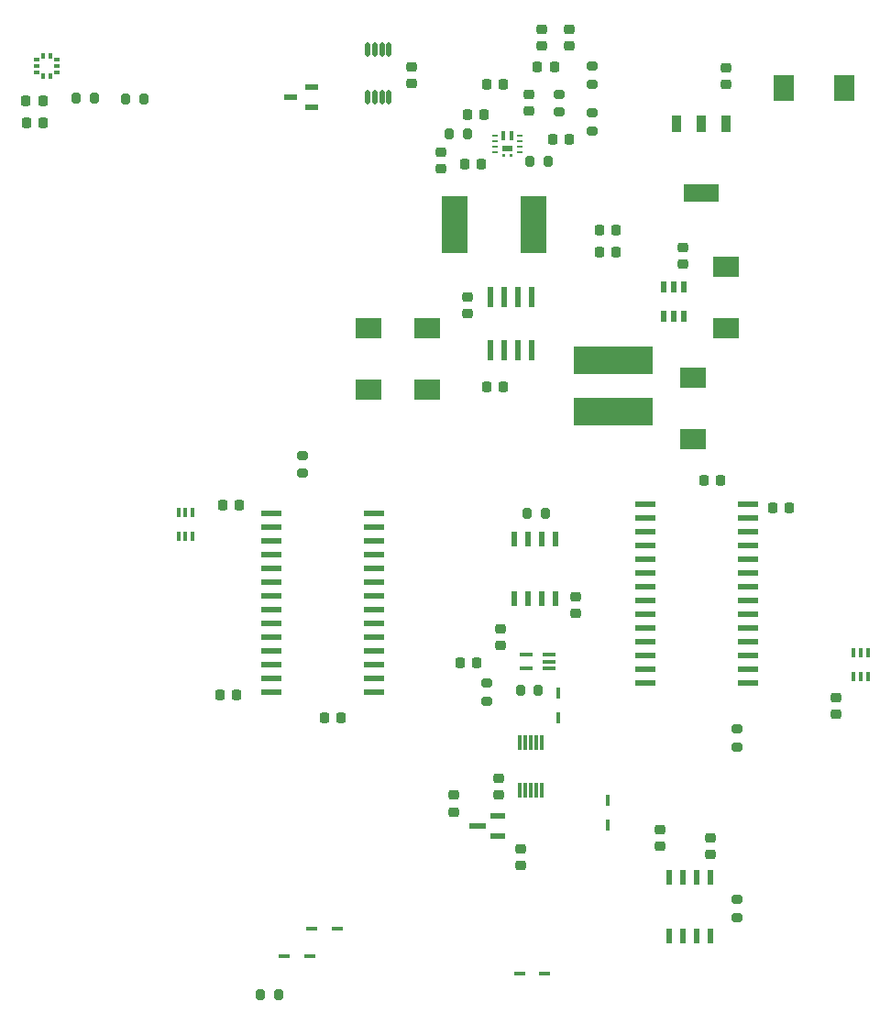
<source format=gbr>
%TF.GenerationSoftware,KiCad,Pcbnew,7.0.10*%
%TF.CreationDate,2024-02-10T20:18:10-06:00*%
%TF.ProjectId,DAQ,4441512e-6b69-4636-9164-5f7063625858,rev?*%
%TF.SameCoordinates,Original*%
%TF.FileFunction,Paste,Top*%
%TF.FilePolarity,Positive*%
%FSLAX46Y46*%
G04 Gerber Fmt 4.6, Leading zero omitted, Abs format (unit mm)*
G04 Created by KiCad (PCBNEW 7.0.10) date 2024-02-10 20:18:10*
%MOMM*%
%LPD*%
G01*
G04 APERTURE LIST*
G04 Aperture macros list*
%AMRoundRect*
0 Rectangle with rounded corners*
0 $1 Rounding radius*
0 $2 $3 $4 $5 $6 $7 $8 $9 X,Y pos of 4 corners*
0 Add a 4 corners polygon primitive as box body*
4,1,4,$2,$3,$4,$5,$6,$7,$8,$9,$2,$3,0*
0 Add four circle primitives for the rounded corners*
1,1,$1+$1,$2,$3*
1,1,$1+$1,$4,$5*
1,1,$1+$1,$6,$7*
1,1,$1+$1,$8,$9*
0 Add four rect primitives between the rounded corners*
20,1,$1+$1,$2,$3,$4,$5,0*
20,1,$1+$1,$4,$5,$6,$7,0*
20,1,$1+$1,$6,$7,$8,$9,0*
20,1,$1+$1,$8,$9,$2,$3,0*%
G04 Aperture macros list end*
%ADD10R,2.387600X1.955800*%
%ADD11R,1.270000X0.558800*%
%ADD12RoundRect,0.200000X-0.275000X0.200000X-0.275000X-0.200000X0.275000X-0.200000X0.275000X0.200000X0*%
%ADD13RoundRect,0.225000X-0.250000X0.225000X-0.250000X-0.225000X0.250000X-0.225000X0.250000X0.225000X0*%
%ADD14RoundRect,0.200000X0.200000X0.275000X-0.200000X0.275000X-0.200000X-0.275000X0.200000X-0.275000X0*%
%ADD15RoundRect,0.225000X-0.225000X-0.250000X0.225000X-0.250000X0.225000X0.250000X-0.225000X0.250000X0*%
%ADD16R,2.413000X5.334000*%
%ADD17RoundRect,0.225000X0.250000X-0.225000X0.250000X0.225000X-0.250000X0.225000X-0.250000X-0.225000X0*%
%ADD18R,1.111200X0.450800*%
%ADD19RoundRect,0.225000X0.225000X0.250000X-0.225000X0.250000X-0.225000X-0.250000X0.225000X-0.250000X0*%
%ADD20R,1.879600X0.558800*%
%ADD21R,7.289800X2.590800*%
%ADD22R,0.838200X1.600200*%
%ADD23RoundRect,0.400050X1.174750X0.400050X-1.174750X0.400050X-1.174750X-0.400050X1.174750X-0.400050X0*%
%ADD24R,0.558800X1.460500*%
%ADD25RoundRect,0.200000X0.275000X-0.200000X0.275000X0.200000X-0.275000X0.200000X-0.275000X-0.200000X0*%
%ADD26R,0.599999X1.000000*%
%ADD27R,0.355600X0.850900*%
%ADD28RoundRect,0.200000X-0.200000X-0.275000X0.200000X-0.275000X0.200000X0.275000X-0.200000X0.275000X0*%
%ADD29R,0.558800X1.981200*%
%ADD30R,1.955800X2.387600*%
%ADD31R,1.320800X0.558800*%
%ADD32R,1.587500X0.558800*%
%ADD33R,0.450800X1.111200*%
%ADD34R,0.330200X1.371600*%
%ADD35R,1.168400X0.355600*%
%ADD36R,0.406400X0.558800*%
%ADD37R,0.558800X0.406400*%
%ADD38RoundRect,0.218750X-0.218750X-0.256250X0.218750X-0.256250X0.218750X0.256250X-0.218750X0.256250X0*%
%ADD39O,0.449999X1.350000*%
%ADD40R,0.549999X0.249999*%
G04 APERTURE END LIST*
%TO.C,U12*%
G36*
X90474800Y-107378500D02*
G01*
X87325200Y-107378500D01*
X87325200Y-105778300D01*
X90474800Y-105778300D01*
X90474800Y-107378500D01*
G37*
%TO.C,U1*%
G36*
X71518018Y-101734465D02*
G01*
X71167930Y-101734465D01*
X71167930Y-100814528D01*
X71518018Y-100814528D01*
X71518018Y-101734465D01*
G37*
G36*
X71492999Y-103214447D02*
G01*
X71243165Y-103214447D01*
X71243165Y-102934666D01*
X71492999Y-102934666D01*
X71492999Y-103214447D01*
G37*
G36*
X71492974Y-102734361D02*
G01*
X70493001Y-102734361D01*
X70493001Y-102214474D01*
X71492974Y-102214474D01*
X71492974Y-102734361D01*
G37*
G36*
X70817969Y-101734490D02*
G01*
X70467982Y-101734490D01*
X70467982Y-100814528D01*
X70817969Y-100814528D01*
X70817969Y-101734490D01*
G37*
G36*
X70742988Y-103214548D02*
G01*
X70493306Y-103214548D01*
X70493306Y-102934488D01*
X70742988Y-102934488D01*
X70742988Y-103214548D01*
G37*
%TD*%
D10*
%TO.C,C1*%
X88138000Y-129311400D03*
X88138000Y-123672600D03*
%TD*%
D11*
%TO.C,MOSFET1*%
X52899399Y-98652497D03*
X52899399Y-96822499D03*
X50968999Y-97737498D03*
%TD*%
D12*
%TO.C,R10*%
X92202000Y-156084000D03*
X92202000Y-157734000D03*
%TD*%
D13*
%TO.C,C14*%
X66040000Y-162179000D03*
X66040000Y-163729000D03*
%TD*%
D14*
%TO.C,R4*%
X73850000Y-152527000D03*
X72200000Y-152527000D03*
%TD*%
D15*
%TO.C,C23*%
X44691000Y-135382000D03*
X46241000Y-135382000D03*
%TD*%
D16*
%TO.C,L1*%
X66167000Y-109474000D03*
X73406000Y-109474000D03*
%TD*%
D17*
%TO.C,C18*%
X74198000Y-92977000D03*
X74198000Y-91427000D03*
%TD*%
D18*
%TO.C,CR3*%
X72136000Y-178689000D03*
X74436000Y-178689000D03*
%TD*%
D17*
%TO.C,C15*%
X62144999Y-96480498D03*
X62144999Y-94930498D03*
%TD*%
D19*
%TO.C,C3*%
X68593000Y-103886000D03*
X67043000Y-103886000D03*
%TD*%
D18*
%TO.C,CR5*%
X55252000Y-174498000D03*
X52952000Y-174498000D03*
%TD*%
D20*
%TO.C,U6*%
X83730253Y-135303253D03*
X83730253Y-136573253D03*
X83730253Y-137843253D03*
X83730253Y-139113253D03*
X83730253Y-140383253D03*
X83730253Y-141653253D03*
X83730253Y-142923253D03*
X83730253Y-144193253D03*
X83730253Y-145463253D03*
X83730253Y-146733253D03*
X83730253Y-148003253D03*
X83730253Y-149273253D03*
X83730253Y-150543253D03*
X83730253Y-151813253D03*
X93204453Y-151813253D03*
X93204453Y-150543253D03*
X93204453Y-149273253D03*
X93204453Y-148003253D03*
X93204453Y-146733253D03*
X93204453Y-145463253D03*
X93204453Y-144193253D03*
X93204453Y-142923253D03*
X93204453Y-141653253D03*
X93204453Y-140383253D03*
X93204453Y-139113253D03*
X93204453Y-137843253D03*
X93204453Y-136573253D03*
X93204453Y-135303253D03*
%TD*%
D10*
%TO.C,C9*%
X63627000Y-119100600D03*
X63627000Y-124739400D03*
%TD*%
D19*
%TO.C,C34*%
X68199000Y-149987000D03*
X66649000Y-149987000D03*
%TD*%
D17*
%TO.C,C29*%
X70358000Y-148349000D03*
X70358000Y-146799000D03*
%TD*%
D13*
%TO.C,C27*%
X89789000Y-166103000D03*
X89789000Y-167653000D03*
%TD*%
D17*
%TO.C,C7*%
X64897000Y-104312499D03*
X64897000Y-102762499D03*
%TD*%
D12*
%TO.C,R13*%
X92202000Y-171832000D03*
X92202000Y-173482000D03*
%TD*%
D21*
%TO.C,L2*%
X80772000Y-122047000D03*
X80772000Y-126746000D03*
%TD*%
D12*
%TO.C,R8*%
X78867000Y-99169499D03*
X78867000Y-100819499D03*
%TD*%
D17*
%TO.C,C26*%
X85090000Y-166891000D03*
X85090000Y-165341000D03*
%TD*%
D20*
%TO.C,U3*%
X58674000Y-152654000D03*
X58674000Y-151384000D03*
X58674000Y-150114000D03*
X58674000Y-148844000D03*
X58674000Y-147574000D03*
X58674000Y-146304000D03*
X58674000Y-145034000D03*
X58674000Y-143764000D03*
X58674000Y-142494000D03*
X58674000Y-141224000D03*
X58674000Y-139954000D03*
X58674000Y-138684000D03*
X58674000Y-137414000D03*
X58674000Y-136144000D03*
X49199800Y-136144000D03*
X49199800Y-137414000D03*
X49199800Y-138684000D03*
X49199800Y-139954000D03*
X49199800Y-141224000D03*
X49199800Y-142494000D03*
X49199800Y-143764000D03*
X49199800Y-145034000D03*
X49199800Y-146304000D03*
X49199800Y-147574000D03*
X49199800Y-148844000D03*
X49199800Y-150114000D03*
X49199800Y-151384000D03*
X49199800Y-152654000D03*
%TD*%
D22*
%TO.C,U12*%
X91200000Y-100177600D03*
X88900000Y-100177600D03*
X86600000Y-100177600D03*
D23*
X88900000Y-106578400D03*
%TD*%
D24*
%TO.C,U11*%
X85979000Y-175190150D03*
X87249000Y-175190150D03*
X88519000Y-175190150D03*
X89789000Y-175190150D03*
X89789000Y-169741850D03*
X88519000Y-169741850D03*
X87249000Y-169741850D03*
X85979000Y-169741850D03*
%TD*%
D25*
%TO.C,R3*%
X69088000Y-153479000D03*
X69088000Y-151829000D03*
%TD*%
D14*
%TO.C,R6*%
X74485000Y-136144000D03*
X72835000Y-136144000D03*
%TD*%
D17*
%TO.C,C4*%
X73025000Y-98991499D03*
X73025000Y-97441499D03*
%TD*%
D26*
%TO.C,U5*%
X85409999Y-117961001D03*
X86360000Y-117961001D03*
X87309998Y-117961001D03*
X87309998Y-115211001D03*
X86360000Y-115211001D03*
X85409999Y-115211001D03*
%TD*%
D27*
%TO.C,U7*%
X104281999Y-148990050D03*
X103632000Y-148990050D03*
X102982001Y-148990050D03*
X102982001Y-151237950D03*
X103632000Y-151237950D03*
X104281999Y-151237950D03*
%TD*%
D17*
%TO.C,C24*%
X101346000Y-154699000D03*
X101346000Y-153149000D03*
%TD*%
D19*
%TO.C,C11*%
X81026000Y-109982000D03*
X79476000Y-109982000D03*
%TD*%
D15*
%TO.C,C32*%
X44450000Y-152908000D03*
X46000000Y-152908000D03*
%TD*%
D19*
%TO.C,C36*%
X26556000Y-100076000D03*
X28106000Y-100076000D03*
%TD*%
D15*
%TO.C,C16*%
X67284000Y-99314000D03*
X68834000Y-99314000D03*
%TD*%
D27*
%TO.C,U8*%
X41924999Y-136036050D03*
X41275000Y-136036050D03*
X40625001Y-136036050D03*
X40625001Y-138283950D03*
X41275000Y-138283950D03*
X41924999Y-138283950D03*
%TD*%
D19*
%TO.C,C30*%
X97041000Y-135636000D03*
X95491000Y-135636000D03*
%TD*%
D28*
%TO.C,R14*%
X35751000Y-97917000D03*
X37401000Y-97917000D03*
%TD*%
D13*
%TO.C,C20*%
X72263000Y-167132000D03*
X72263000Y-168682000D03*
%TD*%
D10*
%TO.C,C2*%
X91186000Y-119024400D03*
X91186000Y-113385600D03*
%TD*%
D19*
%TO.C,C10*%
X81026000Y-112014000D03*
X79476000Y-112014000D03*
%TD*%
D13*
%TO.C,C6*%
X67310000Y-116154200D03*
X67310000Y-117704200D03*
%TD*%
D29*
%TO.C,U10*%
X73279000Y-116154200D03*
X72009000Y-116154200D03*
X70739000Y-116154200D03*
X69469000Y-116154200D03*
X69469000Y-121081800D03*
X70739000Y-121081800D03*
X72009000Y-121081800D03*
X73279000Y-121081800D03*
%TD*%
D17*
%TO.C,C28*%
X77343000Y-145428000D03*
X77343000Y-143878000D03*
%TD*%
D30*
%TO.C,C12*%
X102133400Y-96901000D03*
X96494600Y-96901000D03*
%TD*%
D24*
%TO.C,U2*%
X75438000Y-138569700D03*
X74168000Y-138569700D03*
X72898000Y-138569700D03*
X71628000Y-138569700D03*
X71628000Y-144018000D03*
X72898000Y-144018000D03*
X74168000Y-144018000D03*
X75438000Y-144018000D03*
%TD*%
D19*
%TO.C,C8*%
X70625000Y-96520000D03*
X69075000Y-96520000D03*
%TD*%
D14*
%TO.C,R2*%
X67310000Y-101092000D03*
X65660000Y-101092000D03*
%TD*%
D31*
%TO.C,U9*%
X70104000Y-165984002D03*
X70104000Y-164084000D03*
D32*
X68205350Y-165034001D03*
%TD*%
D33*
%TO.C,CR1*%
X80264000Y-162680000D03*
X80264000Y-164980000D03*
%TD*%
D15*
%TO.C,C31*%
X89141000Y-133096000D03*
X90691000Y-133096000D03*
%TD*%
D34*
%TO.C,U4*%
X72151999Y-161709100D03*
X72652001Y-161709100D03*
X73152000Y-161709100D03*
X73651999Y-161709100D03*
X74152001Y-161709100D03*
X74152001Y-157314900D03*
X73651999Y-157314900D03*
X73152000Y-157314900D03*
X72652001Y-157314900D03*
X72151999Y-157314900D03*
%TD*%
D35*
%TO.C,U14*%
X74828400Y-150509999D03*
X74828400Y-149860000D03*
X74828400Y-149210001D03*
X72745600Y-149210001D03*
X72745600Y-150509999D03*
%TD*%
D28*
%TO.C,R1*%
X73089000Y-103632000D03*
X74739000Y-103632000D03*
%TD*%
D36*
%TO.C,U15*%
X28148001Y-95796100D03*
X28747999Y-95796100D03*
D37*
X29375100Y-95468999D03*
X29375100Y-94869000D03*
X29375100Y-94269001D03*
D36*
X28747999Y-93941900D03*
X28148001Y-93941900D03*
D37*
X27520900Y-94269001D03*
X27520900Y-94869000D03*
X27520900Y-95468999D03*
%TD*%
D12*
%TO.C,R7*%
X78867000Y-94851499D03*
X78867000Y-96501499D03*
%TD*%
D13*
%TO.C,C13*%
X91186000Y-94996000D03*
X91186000Y-96546000D03*
%TD*%
D19*
%TO.C,C5*%
X75324000Y-94901499D03*
X73774000Y-94901499D03*
%TD*%
D17*
%TO.C,C25*%
X87249000Y-113170000D03*
X87249000Y-111620000D03*
%TD*%
D18*
%TO.C,CR4*%
X50412000Y-177038000D03*
X52712000Y-177038000D03*
%TD*%
D38*
%TO.C,D1*%
X69062500Y-124460000D03*
X70637500Y-124460000D03*
%TD*%
D19*
%TO.C,C17*%
X76721000Y-101600000D03*
X75171000Y-101600000D03*
%TD*%
D39*
%TO.C,U13*%
X60071998Y-93287497D03*
X59421997Y-93287497D03*
X58771998Y-93287497D03*
X58121997Y-93287497D03*
X58121997Y-97737498D03*
X58771998Y-97737498D03*
X59421997Y-97737498D03*
X60071998Y-97737498D03*
%TD*%
D10*
%TO.C,C21*%
X58166000Y-119100600D03*
X58166000Y-124739400D03*
%TD*%
D17*
%TO.C,C19*%
X76708000Y-92977000D03*
X76708000Y-91427000D03*
%TD*%
D28*
%TO.C,R11*%
X48197000Y-180594000D03*
X49847000Y-180594000D03*
%TD*%
D19*
%TO.C,C33*%
X55652000Y-155067000D03*
X54102000Y-155067000D03*
%TD*%
D25*
%TO.C,R5*%
X75819000Y-99091499D03*
X75819000Y-97441499D03*
%TD*%
D33*
%TO.C,CR2*%
X75692000Y-152774000D03*
X75692000Y-155074000D03*
%TD*%
D40*
%TO.C,U1*%
X72167999Y-102764501D03*
X72167999Y-102264500D03*
X72167999Y-101764500D03*
X72167999Y-101264499D03*
X69818001Y-101264499D03*
X69818001Y-101764500D03*
X69818001Y-102264500D03*
X69818001Y-102764501D03*
%TD*%
D17*
%TO.C,C22*%
X70231000Y-162179000D03*
X70231000Y-160629000D03*
%TD*%
D25*
%TO.C,R9*%
X52070000Y-132461000D03*
X52070000Y-130811000D03*
%TD*%
D19*
%TO.C,C35*%
X26543000Y-98044000D03*
X28093000Y-98044000D03*
%TD*%
D14*
%TO.C,R12*%
X32829000Y-97790000D03*
X31179000Y-97790000D03*
%TD*%
M02*

</source>
